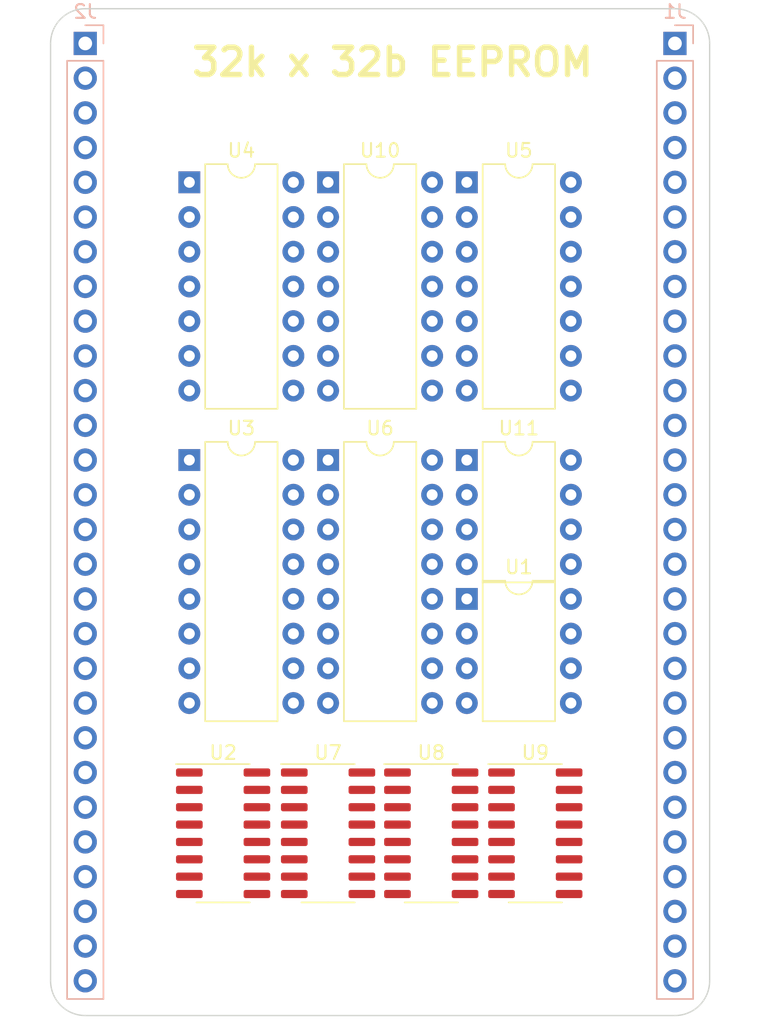
<source format=kicad_pcb>
(kicad_pcb (version 20221018) (generator pcbnew)
  (layers (0 "F.Cu" signal) (31 "B.Cu" signal) (34 "B.Paste" user) (35 "F.Paste" user) (36 "B.SilkS" user "B.Silkscreen") (37 "F.SilkS" user "F.Silkscreen") (38 "B.Mask" user) (39 "F.Mask" user) (44 "Edge.Cuts" user))
  (net 0 "")
  (footprint "Package_SO:SOIC-16_3.9x9.9mm_P1.27mm" (layer "F.Cu") (at 40.575 73.025)
    (fp_text reference "U8" (at 0 -5.9) (layer "F.SilkS"))
    (fp_text value "74HC595")
    (fp_line (start 0 -5.06) (end -3.45 -5.06) (stroke (width 0.12)) (layer "F.SilkS"))
    (fp_line (start 0 -5.06) (end 1.95 -5.06) (stroke (width 0.12)) (layer "F.SilkS"))
    (fp_line (start 0 5.06) (end -1.95 5.06) (stroke (width 0.12)) (layer "F.SilkS"))
    (fp_line (start 0 5.06) (end 1.95 5.06) (stroke (width 0.12)) (layer "F.SilkS"))
    (pad "1" smd roundrect (at -2.475 -4.445) (size 1.95 0.6) (layers "F.Cu" "F.Paste" "F.Mask"))
    (pad "2" smd roundrect (at -2.475 -3.175) (size 1.95 0.6) (layers "F.Cu" "F.Paste" "F.Mask"))
    (pad "3" smd roundrect (at -2.475 -1.905) (size 1.95 0.6) (layers "F.Cu" "F.Paste" "F.Mask"))
    (pad "4" smd roundrect (at -2.475 -0.635) (size 1.95 0.6) (layers "F.Cu" "F.Paste" "F.Mask"))
    (pad "5" smd roundrect (at -2.475 0.635) (size 1.95 0.6) (layers "F.Cu" "F.Paste" "F.Mask"))
    (pad "6" smd roundrect (at -2.475 1.905) (size 1.95 0.6) (layers "F.Cu" "F.Paste" "F.Mask"))
    (pad "7" smd roundrect (at -2.475 3.175) (size 1.95 0.6) (layers "F.Cu" "F.Paste" "F.Mask"))
    (pad "8" smd roundrect (at -2.475 4.445) (size 1.95 0.6) (layers "F.Cu" "F.Paste" "F.Mask"))
    (pad "9" smd roundrect (at 2.475 4.445) (size 1.95 0.6) (layers "F.Cu" "F.Paste" "F.Mask"))
    (pad "10" smd roundrect (at 2.475 3.175) (size 1.95 0.6) (layers "F.Cu" "F.Paste" "F.Mask"))
    (pad "11" smd roundrect (at 2.475 1.905) (size 1.95 0.6) (layers "F.Cu" "F.Paste" "F.Mask"))
    (pad "12" smd roundrect (at 2.475 0.635) (size 1.95 0.6) (layers "F.Cu" "F.Paste" "F.Mask"))
    (pad "13" smd roundrect (at 2.475 -0.635) (size 1.95 0.6) (layers "F.Cu" "F.Paste" "F.Mask"))
    (pad "14" smd roundrect (at 2.475 -1.905) (size 1.95 0.6) (layers "F.Cu" "F.Paste" "F.Mask"))
    (pad "15" smd roundrect (at 2.475 -3.175) (size 1.95 0.6) (layers "F.Cu" "F.Paste" "F.Mask"))
    (pad "16" smd roundrect (at 2.475 -4.445) (size 1.95 0.6) (layers "F.Cu" "F.Paste" "F.Mask"))
  )
  (footprint "Package_DIP:DIP-14_W7.62mm" (layer "F.Cu") (at 33.02 25.4)
    (fp_text reference "U10" (at 3.81 -2.33) (layer "F.SilkS"))
    (fp_text value "74LS00")
    (fp_line (start 1.16 -1.33) (end 1.16 16.57) (stroke (width 0.12)) (layer "F.SilkS"))
    (fp_line (start 1.16 16.57) (end 6.46 16.57) (stroke (width 0.12)) (layer "F.SilkS"))
    (fp_line (start 2.81 -1.33) (end 1.16 -1.33) (stroke (width 0.12)) (layer "F.SilkS"))
    (fp_line (start 6.46 -1.33) (end 4.81 -1.33) (stroke (width 0.12)) (layer "F.SilkS"))
    (fp_line (start 6.46 16.57) (end 6.46 -1.33) (stroke (width 0.12)) (layer "F.SilkS"))
    (fp_arc (start 4.81 -1.33) (mid 3.81 -0.33) (end 2.81 -1.33) (stroke (width 0.12)) (layer "F.SilkS"))
    (pad "1" thru_hole rect (at 0 0) (size 1.6 1.6) (drill 0.8) (layers "*.Cu" "*.Mask"))
    (pad "2" thru_hole oval (at 0 2.54) (size 1.6 1.6) (drill 0.8) (layers "*.Cu" "*.Mask"))
    (pad "3" thru_hole oval (at 0 5.08) (size 1.6 1.6) (drill 0.8) (layers "*.Cu" "*.Mask"))
    (pad "4" thru_hole oval (at 0 7.62) (size 1.6 1.6) (drill 0.8) (layers "*.Cu" "*.Mask"))
    (pad "5" thru_hole oval (at 0 10.16) (size 1.6 1.6) (drill 0.8) (layers "*.Cu" "*.Mask"))
    (pad "6" thru_hole oval (at 0 12.7) (size 1.6 1.6) (drill 0.8) (layers "*.Cu" "*.Mask"))
    (pad "7" thru_hole oval (at 0 15.24) (size 1.6 1.6) (drill 0.8) (layers "*.Cu" "*.Mask"))
    (pad "8" thru_hole oval (at 7.62 15.24) (size 1.6 1.6) (drill 0.8) (layers "*.Cu" "*.Mask"))
    (pad "9" thru_hole oval (at 7.62 12.7) (size 1.6 1.6) (drill 0.8) (layers "*.Cu" "*.Mask"))
    (pad "10" thru_hole oval (at 7.62 10.16) (size 1.6 1.6) (drill 0.8) (layers "*.Cu" "*.Mask"))
    (pad "11" thru_hole oval (at 7.62 7.62) (size 1.6 1.6) (drill 0.8) (layers "*.Cu" "*.Mask"))
    (pad "12" thru_hole oval (at 7.62 5.08) (size 1.6 1.6) (drill 0.8) (layers "*.Cu" "*.Mask"))
    (pad "13" thru_hole oval (at 7.62 2.54) (size 1.6 1.6) (drill 0.8) (layers "*.Cu" "*.Mask"))
    (pad "14" thru_hole oval (at 7.62 0) (size 1.6 1.6) (drill 0.8) (layers "*.Cu" "*.Mask"))
  )
  (footprint "Package_DIP:DIP-8_W7.62mm" (layer "F.Cu") (at 43.18 45.72)
    (fp_text reference "U11" (at 3.81 -2.33) (layer "F.SilkS"))
    (fp_text value "NE555D")
    (fp_line (start 1.16 -1.33) (end 1.16 8.95) (stroke (width 0.12)) (layer "F.SilkS"))
    (fp_line (start 1.16 8.95) (end 6.46 8.95) (stroke (width 0.12)) (layer "F.SilkS"))
    (fp_line (start 2.81 -1.33) (end 1.16 -1.33) (stroke (width 0.12)) (layer "F.SilkS"))
    (fp_line (start 6.46 -1.33) (end 4.81 -1.33) (stroke (width 0.12)) (layer "F.SilkS"))
    (fp_line (start 6.46 8.95) (end 6.46 -1.33) (stroke (width 0.12)) (layer "F.SilkS"))
    (fp_arc (start 4.81 -1.33) (mid 3.81 -0.33) (end 2.81 -1.33) (stroke (width 0.12)) (layer "F.SilkS"))
    (pad "1" thru_hole rect (at 0 0) (size 1.6 1.6) (drill 0.8) (layers "*.Cu" "*.Mask"))
    (pad "2" thru_hole oval (at 0 2.54) (size 1.6 1.6) (drill 0.8) (layers "*.Cu" "*.Mask"))
    (pad "3" thru_hole oval (at 0 5.08) (size 1.6 1.6) (drill 0.8) (layers "*.Cu" "*.Mask"))
    (pad "4" thru_hole oval (at 0 7.62) (size 1.6 1.6) (drill 0.8) (layers "*.Cu" "*.Mask"))
    (pad "5" thru_hole oval (at 7.62 7.62) (size 1.6 1.6) (drill 0.8) (layers "*.Cu" "*.Mask"))
    (pad "6" thru_hole oval (at 7.62 5.08) (size 1.6 1.6) (drill 0.8) (layers "*.Cu" "*.Mask"))
    (pad "7" thru_hole oval (at 7.62 2.54) (size 1.6 1.6) (drill 0.8) (layers "*.Cu" "*.Mask"))
    (pad "8" thru_hole oval (at 7.62 0) (size 1.6 1.6) (drill 0.8) (layers "*.Cu" "*.Mask"))
  )
  (footprint "Package_DIP:DIP-8_W7.62mm" (layer "F.Cu") (at 43.18 55.88)
    (fp_text reference "U1" (at 3.81 -2.33) (layer "F.SilkS"))
    (fp_text value "~")
    (fp_line (start 1.16 -1.33) (end 1.16 8.95) (stroke (width 0.12)) (layer "F.SilkS"))
    (fp_line (start 1.16 8.95) (end 6.46 8.95) (stroke (width 0.12)) (layer "F.SilkS"))
    (fp_line (start 2.81 -1.33) (end 1.16 -1.33) (stroke (width 0.12)) (layer "F.SilkS"))
    (fp_line (start 6.46 -1.33) (end 4.81 -1.33) (stroke (width 0.12)) (layer "F.SilkS"))
    (fp_line (start 6.46 8.95) (end 6.46 -1.33) (stroke (width 0.12)) (layer "F.SilkS"))
    (fp_arc (start 4.81 -1.33) (mid 3.81 -0.33) (end 2.81 -1.33) (stroke (width 0.12)) (layer "F.SilkS"))
    (pad "1" thru_hole rect (at 0 0) (size 1.6 1.6) (drill 0.8) (layers "*.Cu" "*.Mask"))
    (pad "2" thru_hole oval (at 0 2.54) (size 1.6 1.6) (drill 0.8) (layers "*.Cu" "*.Mask"))
    (pad "3" thru_hole oval (at 0 5.08) (size 1.6 1.6) (drill 0.8) (layers "*.Cu" "*.Mask"))
    (pad "4" thru_hole oval (at 0 7.62) (size 1.6 1.6) (drill 0.8) (layers "*.Cu" "*.Mask"))
    (pad "5" thru_hole oval (at 7.62 7.62) (size 1.6 1.6) (drill 0.8) (layers "*.Cu" "*.Mask"))
    (pad "6" thru_hole oval (at 7.62 5.08) (size 1.6 1.6) (drill 0.8) (layers "*.Cu" "*.Mask"))
    (pad "7" thru_hole oval (at 7.62 2.54) (size 1.6 1.6) (drill 0.8) (layers "*.Cu" "*.Mask"))
    (pad "8" thru_hole oval (at 7.62 0) (size 1.6 1.6) (drill 0.8) (layers "*.Cu" "*.Mask"))
  )
  (footprint "Package_DIP:DIP-14_W7.62mm" (layer "F.Cu") (at 22.86 25.4)
    (fp_text reference "U4" (at 3.81 -2.33) (layer "F.SilkS"))
    (fp_text value "74LS00")
    (fp_line (start 1.16 -1.33) (end 1.16 16.57) (stroke (width 0.12)) (layer "F.SilkS"))
    (fp_line (start 1.16 16.57) (end 6.46 16.57) (stroke (width 0.12)) (layer "F.SilkS"))
    (fp_line (start 2.81 -1.33) (end 1.16 -1.33) (stroke (width 0.12)) (layer "F.SilkS"))
    (fp_line (start 6.46 -1.33) (end 4.81 -1.33) (stroke (width 0.12)) (layer "F.SilkS"))
    (fp_line (start 6.46 16.57) (end 6.46 -1.33) (stroke (width 0.12)) (layer "F.SilkS"))
    (fp_arc (start 4.81 -1.33) (mid 3.81 -0.33) (end 2.81 -1.33) (stroke (width 0.12)) (layer "F.SilkS"))
    (pad "1" thru_hole rect (at 0 0) (size 1.6 1.6) (drill 0.8) (layers "*.Cu" "*.Mask"))
    (pad "2" thru_hole oval (at 0 2.54) (size 1.6 1.6) (drill 0.8) (layers "*.Cu" "*.Mask"))
    (pad "3" thru_hole oval (at 0 5.08) (size 1.6 1.6) (drill 0.8) (layers "*.Cu" "*.Mask"))
    (pad "4" thru_hole oval (at 0 7.62) (size 1.6 1.6) (drill 0.8) (layers "*.Cu" "*.Mask"))
    (pad "5" thru_hole oval (at 0 10.16) (size 1.6 1.6) (drill 0.8) (layers "*.Cu" "*.Mask"))
    (pad "6" thru_hole oval (at 0 12.7) (size 1.6 1.6) (drill 0.8) (layers "*.Cu" "*.Mask"))
    (pad "7" thru_hole oval (at 0 15.24) (size 1.6 1.6) (drill 0.8) (layers "*.Cu" "*.Mask"))
    (pad "8" thru_hole oval (at 7.62 15.24) (size 1.6 1.6) (drill 0.8) (layers "*.Cu" "*.Mask"))
    (pad "9" thru_hole oval (at 7.62 12.7) (size 1.6 1.6) (drill 0.8) (layers "*.Cu" "*.Mask"))
    (pad "10" thru_hole oval (at 7.62 10.16) (size 1.6 1.6) (drill 0.8) (layers "*.Cu" "*.Mask"))
    (pad "11" thru_hole oval (at 7.62 7.62) (size 1.6 1.6) (drill 0.8) (layers "*.Cu" "*.Mask"))
    (pad "12" thru_hole oval (at 7.62 5.08) (size 1.6 1.6) (drill 0.8) (layers "*.Cu" "*.Mask"))
    (pad "13" thru_hole oval (at 7.62 2.54) (size 1.6 1.6) (drill 0.8) (layers "*.Cu" "*.Mask"))
    (pad "14" thru_hole oval (at 7.62 0) (size 1.6 1.6) (drill 0.8) (layers "*.Cu" "*.Mask"))
  )
  (footprint "Package_DIP:DIP-14_W7.62mm" (layer "F.Cu") (at 43.18 25.4)
    (fp_text reference "U5" (at 3.81 -2.33) (layer "F.SilkS"))
    (fp_text value "74LS393")
    (fp_line (start 1.16 -1.33) (end 1.16 16.57) (stroke (width 0.12)) (layer "F.SilkS"))
    (fp_line (start 1.16 16.57) (end 6.46 16.57) (stroke (width 0.12)) (layer "F.SilkS"))
    (fp_line (start 2.81 -1.33) (end 1.16 -1.33) (stroke (width 0.12)) (layer "F.SilkS"))
    (fp_line (start 6.46 -1.33) (end 4.81 -1.33) (stroke (width 0.12)) (layer "F.SilkS"))
    (fp_line (start 6.46 16.57) (end 6.46 -1.33) (stroke (width 0.12)) (layer "F.SilkS"))
    (fp_arc (start 4.81 -1.33) (mid 3.81 -0.33) (end 2.81 -1.33) (stroke (width 0.12)) (layer "F.SilkS"))
    (pad "1" thru_hole rect (at 0 0) (size 1.6 1.6) (drill 0.8) (layers "*.Cu" "*.Mask"))
    (pad "2" thru_hole oval (at 0 2.54) (size 1.6 1.6) (drill 0.8) (layers "*.Cu" "*.Mask"))
    (pad "3" thru_hole oval (at 0 5.08) (size 1.6 1.6) (drill 0.8) (layers "*.Cu" "*.Mask"))
    (pad "4" thru_hole oval (at 0 7.62) (size 1.6 1.6) (drill 0.8) (layers "*.Cu" "*.Mask"))
    (pad "5" thru_hole oval (at 0 10.16) (size 1.6 1.6) (drill 0.8) (layers "*.Cu" "*.Mask"))
    (pad "6" thru_hole oval (at 0 12.7) (size 1.6 1.6) (drill 0.8) (layers "*.Cu" "*.Mask"))
    (pad "7" thru_hole oval (at 0 15.24) (size 1.6 1.6) (drill 0.8) (layers "*.Cu" "*.Mask"))
    (pad "8" thru_hole oval (at 7.62 15.24) (size 1.6 1.6) (drill 0.8) (layers "*.Cu" "*.Mask"))
    (pad "9" thru_hole oval (at 7.62 12.7) (size 1.6 1.6) (drill 0.8) (layers "*.Cu" "*.Mask"))
    (pad "10" thru_hole oval (at 7.62 10.16) (size 1.6 1.6) (drill 0.8) (layers "*.Cu" "*.Mask"))
    (pad "11" thru_hole oval (at 7.62 7.62) (size 1.6 1.6) (drill 0.8) (layers "*.Cu" "*.Mask"))
    (pad "12" thru_hole oval (at 7.62 5.08) (size 1.6 1.6) (drill 0.8) (layers "*.Cu" "*.Mask"))
    (pad "13" thru_hole oval (at 7.62 2.54) (size 1.6 1.6) (drill 0.8) (layers "*.Cu" "*.Mask"))
    (pad "14" thru_hole oval (at 7.62 0) (size 1.6 1.6) (drill 0.8) (layers "*.Cu" "*.Mask"))
  )
  (footprint "Package_SO:SOIC-16_3.9x9.9mm_P1.27mm" (layer "F.Cu") (at 33.02 73.025)
    (fp_text reference "U7" (at 0 -5.9) (layer "F.SilkS"))
    (fp_text value "74HC595")
    (fp_line (start 0 -5.06) (end -3.45 -5.06) (stroke (width 0.12)) (layer "F.SilkS"))
    (fp_line (start 0 -5.06) (end 1.95 -5.06) (stroke (width 0.12)) (layer "F.SilkS"))
    (fp_line (start 0 5.06) (end -1.95 5.06) (stroke (width 0.12)) (layer "F.SilkS"))
    (fp_line (start 0 5.06) (end 1.95 5.06) (stroke (width 0.12)) (layer "F.SilkS"))
    (pad "1" smd roundrect (at -2.475 -4.445) (size 1.95 0.6) (layers "F.Cu" "F.Paste" "F.Mask"))
    (pad "2" smd roundrect (at -2.475 -3.175) (size 1.95 0.6) (layers "F.Cu" "F.Paste" "F.Mask"))
    (pad "3" smd roundrect (at -2.475 -1.905) (size 1.95 0.6) (layers "F.Cu" "F.Paste" "F.Mask"))
    (pad "4" smd roundrect (at -2.475 -0.635) (size 1.95 0.6) (layers "F.Cu" "F.Paste" "F.Mask"))
    (pad "5" smd roundrect (at -2.475 0.635) (size 1.95 0.6) (layers "F.Cu" "F.Paste" "F.Mask"))
    (pad "6" smd roundrect (at -2.475 1.905) (size 1.95 0.6) (layers "F.Cu" "F.Paste" "F.Mask"))
    (pad "7" smd roundrect (at -2.475 3.175) (size 1.95 0.6) (layers "F.Cu" "F.Paste" "F.Mask"))
    (pad "8" smd roundrect (at -2.475 4.445) (size 1.95 0.6) (layers "F.Cu" "F.Paste" "F.Mask"))
    (pad "9" smd roundrect (at 2.475 4.445) (size 1.95 0.6) (layers "F.Cu" "F.Paste" "F.Mask"))
    (pad "10" smd roundrect (at 2.475 3.175) (size 1.95 0.6) (layers "F.Cu" "F.Paste" "F.Mask"))
    (pad "11" smd roundrect (at 2.475 1.905) (size 1.95 0.6) (layers "F.Cu" "F.Paste" "F.Mask"))
    (pad "12" smd roundrect (at 2.475 0.635) (size 1.95 0.6) (layers "F.Cu" "F.Paste" "F.Mask"))
    (pad "13" smd roundrect (at 2.475 -0.635) (size 1.95 0.6) (layers "F.Cu" "F.Paste" "F.Mask"))
    (pad "14" smd roundrect (at 2.475 -1.905) (size 1.95 0.6) (layers "F.Cu" "F.Paste" "F.Mask"))
    (pad "15" smd roundrect (at 2.475 -3.175) (size 1.95 0.6) (layers "F.Cu" "F.Paste" "F.Mask"))
    (pad "16" smd roundrect (at 2.475 -4.445) (size 1.95 0.6) (layers "F.Cu" "F.Paste" "F.Mask"))
  )
  (footprint "Package_SO:SOIC-16_3.9x9.9mm_P1.27mm" (layer "F.Cu") (at 25.335 73.025)
    (fp_text reference "U2" (at 0 -5.9) (layer "F.SilkS"))
    (fp_text value "74HC595")
    (fp_line (start 0 -5.06) (end -3.45 -5.06) (stroke (width 0.12)) (layer "F.SilkS"))
    (fp_line (start 0 -5.06) (end 1.95 -5.06) (stroke (width 0.12)) (layer "F.SilkS"))
    (fp_line (start 0 5.06) (end -1.95 5.06) (stroke (width 0.12)) (layer "F.SilkS"))
    (fp_line (start 0 5.06) (end 1.95 5.06) (stroke (width 0.12)) (layer "F.SilkS"))
    (pad "1" smd roundrect (at -2.475 -4.445) (size 1.95 0.6) (layers "F.Cu" "F.Paste" "F.Mask"))
    (pad "2" smd roundrect (at -2.475 -3.175) (size 1.95 0.6) (layers "F.Cu" "F.Paste" "F.Mask"))
    (pad "3" smd roundrect (at -2.475 -1.905) (size 1.95 0.6) (layers "F.Cu" "F.Paste" "F.Mask"))
    (pad "4" smd roundrect (at -2.475 -0.635) (size 1.95 0.6) (layers "F.Cu" "F.Paste" "F.Mask"))
    (pad "5" smd roundrect (at -2.475 0.635) (size 1.95 0.6) (layers "F.Cu" "F.Paste" "F.Mask"))
    (pad "6" smd roundrect (at -2.475 1.905) (size 1.95 0.6) (layers "F.Cu" "F.Paste" "F.Mask"))
    (pad "7" smd roundrect (at -2.475 3.175) (size 1.95 0.6) (layers "F.Cu" "F.Paste" "F.Mask"))
    (pad "8" smd roundrect (at -2.475 4.445) (size 1.95 0.6) (layers "F.Cu" "F.Paste" "F.Mask"))
    (pad "9" smd roundrect (at 2.475 4.445) (size 1.95 0.6) (layers "F.Cu" "F.Paste" "F.Mask"))
    (pad "10" smd roundrect (at 2.475 3.175) (size 1.95 0.6) (layers "F.Cu" "F.Paste" "F.Mask"))
    (pad "11" smd roundrect (at 2.475 1.905) (size 1.95 0.6) (layers "F.Cu" "F.Paste" "F.Mask"))
    (pad "12" smd roundrect (at 2.475 0.635) (size 1.95 0.6) (layers "F.Cu" "F.Paste" "F.Mask"))
    (pad "13" smd roundrect (at 2.475 -0.635) (size 1.95 0.6) (layers "F.Cu" "F.Paste" "F.Mask"))
    (pad "14" smd roundrect (at 2.475 -1.905) (size 1.95 0.6) (layers "F.Cu" "F.Paste" "F.Mask"))
    (pad "15" smd roundrect (at 2.475 -3.175) (size 1.95 0.6) (layers "F.Cu" "F.Paste" "F.Mask"))
    (pad "16" smd roundrect (at 2.475 -4.445) (size 1.95 0.6) (layers "F.Cu" "F.Paste" "F.Mask"))
  )
  (footprint "Package_DIP:DIP-16_W7.62mm" (layer "F.Cu") (at 22.86 45.72)
    (fp_text reference "U3" (at 3.81 -2.33) (layer "F.SilkS"))
    (fp_text value "74LS153")
    (fp_line (start 1.16 -1.33) (end 1.16 19.11) (stroke (width 0.12)) (layer "F.SilkS"))
    (fp_line (start 1.16 19.11) (end 6.46 19.11) (stroke (width 0.12)) (layer "F.SilkS"))
    (fp_line (start 2.81 -1.33) (end 1.16 -1.33) (stroke (width 0.12)) (layer "F.SilkS"))
    (fp_line (start 6.46 -1.33) (end 4.81 -1.33) (stroke (width 0.12)) (layer "F.SilkS"))
    (fp_line (start 6.46 19.11) (end 6.46 -1.33) (stroke (width 0.12)) (layer "F.SilkS"))
    (fp_arc (start 4.81 -1.33) (mid 3.81 -0.33) (end 2.81 -1.33) (stroke (width 0.12)) (layer "F.SilkS"))
    (pad "1" thru_hole rect (at 0 0) (size 1.6 1.6) (drill 0.8) (layers "*.Cu" "*.Mask"))
    (pad "2" thru_hole oval (at 0 2.54) (size 1.6 1.6) (drill 0.8) (layers "*.Cu" "*.Mask"))
    (pad "3" thru_hole oval (at 0 5.08) (size 1.6 1.6) (drill 0.8) (layers "*.Cu" "*.Mask"))
    (pad "4" thru_hole oval (at 0 7.62) (size 1.6 1.6) (drill 0.8) (layers "*.Cu" "*.Mask"))
    (pad "5" thru_hole oval (at 0 10.16) (size 1.6 1.6) (drill 0.8) (layers "*.Cu" "*.Mask"))
    (pad "6" thru_hole oval (at 0 12.7) (size 1.6 1.6) (drill 0.8) (layers "*.Cu" "*.Mask"))
    (pad "7" thru_hole oval (at 0 15.24) (size 1.6 1.6) (drill 0.8) (layers "*.Cu" "*.Mask"))
    (pad "8" thru_hole oval (at 0 17.78) (size 1.6 1.6) (drill 0.8) (layers "*.Cu" "*.Mask"))
    (pad "9" thru_hole oval (at 7.62 17.78) (size 1.6 1.6) (drill 0.8) (layers "*.Cu" "*.Mask"))
    (pad "10" thru_hole oval (at 7.62 15.24) (size 1.6 1.6) (drill 0.8) (layers "*.Cu" "*.Mask"))
    (pad "11" thru_hole oval (at 7.62 12.7) (size 1.6 1.6) (drill 0.8) (layers "*.Cu" "*.Mask"))
    (pad "12" thru_hole oval (at 7.62 10.16) (size 1.6 1.6) (drill 0.8) (layers "*.Cu" "*.Mask"))
    (pad "13" thru_hole oval (at 7.62 7.62) (size 1.6 1.6) (drill 0.8) (layers "*.Cu" "*.Mask"))
    (pad "14" thru_hole oval (at 7.62 5.08) (size 1.6 1.6) (drill 0.8) (layers "*.Cu" "*.Mask"))
    (pad "15" thru_hole oval (at 7.62 2.54) (size 1.6 1.6) (drill 0.8) (layers "*.Cu" "*.Mask"))
    (pad "16" thru_hole oval (at 7.62 0) (size 1.6 1.6) (drill 0.8) (layers "*.Cu" "*.Mask"))
  )
  (footprint "Package_SO:SOIC-16_3.9x9.9mm_P1.27mm" (layer "F.Cu") (at 48.195 73.025)
    (fp_text reference "U9" (at 0 -5.9) (layer "F.SilkS"))
    (fp_text value "74HC595")
    (fp_line (start 0 -5.06) (end -3.45 -5.06) (stroke (width 0.12)) (layer "F.SilkS"))
    (fp_line (start 0 -5.06) (end 1.95 -5.06) (stroke (width 0.12)) (layer "F.SilkS"))
    (fp_line (start 0 5.06) (end -1.95 5.06) (stroke (width 0.12)) (layer "F.SilkS"))
    (fp_line (start 0 5.06) (end 1.95 5.06) (stroke (width 0.12)) (layer "F.SilkS"))
    (pad "1" smd roundrect (at -2.475 -4.445) (size 1.95 0.6) (layers "F.Cu" "F.Paste" "F.Mask"))
    (pad "2" smd roundrect (at -2.475 -3.175) (size 1.95 0.6) (layers "F.Cu" "F.Paste" "F.Mask"))
    (pad "3" smd roundrect (at -2.475 -1.905) (size 1.95 0.6) (layers "F.Cu" "F.Paste" "F.Mask"))
    (pad "4" smd roundrect (at -2.475 -0.635) (size 1.95 0.6) (layers "F.Cu" "F.Paste" "F.Mask"))
    (pad "5" smd roundrect (at -2.475 0.635) (size 1.95 0.6) (layers "F.Cu" "F.Paste" "F.Mask"))
    (pad "6" smd roundrect (at -2.475 1.905) (size 1.95 0.6) (layers "F.Cu" "F.Paste" "F.Mask"))
    (pad "7" smd roundrect (at -2.475 3.175) (size 1.95 0.6) (layers "F.Cu" "F.Paste" "F.Mask"))
    (pad "8" smd roundrect (at -2.475 4.445) (size 1.95 0.6) (layers "F.Cu" "F.Paste" "F.Mask"))
    (pad "9" smd roundrect (at 2.475 4.445) (size 1.95 0.6) (layers "F.Cu" "F.Paste" "F.Mask"))
    (pad "10" smd roundrect (at 2.475 3.175) (size 1.95 0.6) (layers "F.Cu" "F.Paste" "F.Mask"))
    (pad "11" smd roundrect (at 2.475 1.905) (size 1.95 0.6) (layers "F.Cu" "F.Paste" "F.Mask"))
    (pad "12" smd roundrect (at 2.475 0.635) (size 1.95 0.6) (layers "F.Cu" "F.Paste" "F.Mask"))
    (pad "13" smd roundrect (at 2.475 -0.635) (size 1.95 0.6) (layers "F.Cu" "F.Paste" "F.Mask"))
    (pad "14" smd roundrect (at 2.475 -1.905) (size 1.95 0.6) (layers "F.Cu" "F.Paste" "F.Mask"))
    (pad "15" smd roundrect (at 2.475 -3.175) (size 1.95 0.6) (layers "F.Cu" "F.Paste" "F.Mask"))
    (pad "16" smd roundrect (at 2.475 -4.445) (size 1.95 0.6) (layers "F.Cu" "F.Paste" "F.Mask"))
  )
  (footprint "Package_DIP:DIP-16_W7.62mm" (layer "F.Cu") (at 33.02 45.72)
    (fp_text reference "U6" (at 3.81 -2.33) (layer "F.SilkS"))
    (fp_text value "74LS153")
    (fp_line (start 1.16 -1.33) (end 1.16 19.11) (stroke (width 0.12)) (layer "F.SilkS"))
    (fp_line (start 1.16 19.11) (end 6.46 19.11) (stroke (width 0.12)) (layer "F.SilkS"))
    (fp_line (start 2.81 -1.33) (end 1.16 -1.33) (stroke (width 0.12)) (layer "F.SilkS"))
    (fp_line (start 6.46 -1.33) (end 4.81 -1.33) (stroke (width 0.12)) (layer "F.SilkS"))
    (fp_line (start 6.46 19.11) (end 6.46 -1.33) (stroke (width 0.12)) (layer "F.SilkS"))
    (fp_arc (start 4.81 -1.33) (mid 3.81 -0.33) (end 2.81 -1.33) (stroke (width 0.12)) (layer "F.SilkS"))
    (pad "1" thru_hole rect (at 0 0) (size 1.6 1.6) (drill 0.8) (layers "*.Cu" "*.Mask"))
    (pad "2" thru_hole oval (at 0 2.54) (size 1.6 1.6) (drill 0.8) (layers "*.Cu" "*.Mask"))
    (pad "3" thru_hole oval (at 0 5.08) (size 1.6 1.6) (drill 0.8) (layers "*.Cu" "*.Mask"))
    (pad "4" thru_hole oval (at 0 7.62) (size 1.6 1.6) (drill 0.8) (layers "*.Cu" "*.Mask"))
    (pad "5" thru_hole oval (at 0 10.16) (size 1.6 1.6) (drill 0.8) (layers "*.Cu" "*.Mask"))
    (pad "6" thru_hole oval (at 0 12.7) (size 1.6 1.6) (drill 0.8) (layers "*.Cu" "*.Mask"))
    (pad "7" thru_hole oval (at 0 15.24) (size 1.6 1.6) (drill 0.8) (layers "*.Cu" "*.Mask"))
    (pad "8" thru_hole oval (at 0 17.78) (size 1.6 1.6) (drill 0.8) (layers "*.Cu" "*.Mask"))
    (pad "9" thru_hole oval (at 7.62 17.78) (size 1.6 1.6) (drill 0.8) (layers "*.Cu" "*.Mask"))
    (pad "10" thru_hole oval (at 7.62 15.24) (size 1.6 1.6) (drill 0.8) (layers "*.Cu" "*.Mask"))
    (pad "11" thru_hole oval (at 7.62 12.7) (size 1.6 1.6) (drill 0.8) (layers "*.Cu" "*.Mask"))
    (pad "12" thru_hole oval (at 7.62 10.16) (size 1.6 1.6) (drill 0.8) (layers "*.Cu" "*.Mask"))
    (pad "13" thru_hole oval (at 7.62 7.62) (size 1.6 1.6) (drill 0.8) (layers "*.Cu" "*.Mask"))
    (pad "14" thru_hole oval (at 7.62 5.08) (size 1.6 1.6) (drill 0.8) (layers "*.Cu" "*.Mask"))
    (pad "15" thru_hole oval (at 7.62 2.54) (size 1.6 1.6) (drill 0.8) (layers "*.Cu" "*.Mask"))
    (pad "16" thru_hole oval (at 7.62 0) (size 1.6 1.6) (drill 0.8) (layers "*.Cu" "*.Mask"))
  )
  (footprint "Connector_PinHeader_2.54mm:PinHeader_1x28_P2.54mm_Vertical" (layer "B.Cu") (at 15.24 15.24 180)
    (fp_text reference "J2" (at 0 2.33) (layer "B.SilkS") (effects (justify mirror)))
    (fp_text value "Conn_01x28_Pin")
    (fp_line (start -1.33 -69.91) (end 1.33 -69.91) (stroke (width 0.12)) (layer "B.SilkS"))
    (fp_line (start -1.33 -1.27) (end -1.33 -69.91) (stroke (width 0.12)) (layer "B.SilkS"))
    (fp_line (start -1.33 -1.27) (end 1.33 -1.27) (stroke (width 0.12)) (layer "B.SilkS"))
    (fp_line (start -1.33 0) (end -1.33 1.33) (stroke (width 0.12)) (layer "B.SilkS"))
    (fp_line (start -1.33 1.33) (end 0 1.33) (stroke (width 0.12)) (layer "B.SilkS"))
    (fp_line (start 1.33 -1.27) (end 1.33 -69.91) (stroke (width 0.12)) (layer "B.SilkS"))
    (pad "1" thru_hole rect (at 0 0 180) (size 1.7 1.7) (drill 1) (layers "*.Cu" "*.Mask"))
    (pad "2" thru_hole oval (at 0 -2.54 180) (size 1.7 1.7) (drill 1) (layers "*.Cu" "*.Mask"))
    (pad "3" thru_hole oval (at 0 -5.08 180) (size 1.7 1.7) (drill 1) (layers "*.Cu" "*.Mask"))
    (pad "4" thru_hole oval (at 0 -7.62 180) (size 1.7 1.7) (drill 1) (layers "*.Cu" "*.Mask"))
    (pad "5" thru_hole oval (at 0 -10.16 180) (size 1.7 1.7) (drill 1) (layers "*.Cu" "*.Mask"))
    (pad "6" thru_hole oval (at 0 -12.7 180) (size 1.7 1.7) (drill 1) (layers "*.Cu" "*.Mask"))
    (pad "7" thru_hole oval (at 0 -15.24 180) (size 1.7 1.7) (drill 1) (layers "*.Cu" "*.Mask"))
    (pad "8" thru_hole oval (at 0 -17.78 180) (size 1.7 1.7) (drill 1) (layers "*.Cu" "*.Mask"))
    (pad "9" thru_hole oval (at 0 -20.32 180) (size 1.7 1.7) (drill 1) (layers "*.Cu" "*.Mask"))
    (pad "10" thru_hole oval (at 0 -22.86 180) (size 1.7 1.7) (drill 1) (layers "*.Cu" "*.Mask"))
    (pad "11" thru_hole oval (at 0 -25.4 180) (size 1.7 1.7) (drill 1) (layers "*.Cu" "*.Mask"))
    (pad "12" thru_hole oval (at 0 -27.94 180) (size 1.7 1.7) (drill 1) (layers "*.Cu" "*.Mask"))
    (pad "13" thru_hole oval (at 0 -30.48 180) (size 1.7 1.7) (drill 1) (layers "*.Cu" "*.Mask"))
    (pad "14" thru_hole oval (at 0 -33.02 180) (size 1.7 1.7) (drill 1) (layers "*.Cu" "*.Mask"))
    (pad "15" thru_hole oval (at 0 -35.56 180) (size 1.7 1.7) (drill 1) (layers "*.Cu" "*.Mask"))
    (pad "16" thru_hole oval (at 0 -38.1 180) (size 1.7 1.7) (drill 1) (layers "*.Cu" "*.Mask"))
    (pad "17" thru_hole oval (at 0 -40.64 180) (size 1.7 1.7) (drill 1) (layers "*.Cu" "*.Mask"))
    (pad "18" thru_hole oval (at 0 -43.18 180) (size 1.7 1.7) (drill 1) (layers "*.Cu" "*.Mask"))
    (pad "19" thru_hole oval (at 0 -45.72 180) (size 1.7 1.7) (drill 1) (layers "*.Cu" "*.Mask"))
    (pad "20" thru_hole oval (at 0 -48.26 180) (size 1.7 1.7) (drill 1) (layers "*.Cu" "*.Mask"))
    (pad "21" thru_hole oval (at 0 -50.8 180) (size 1.7 1.7) (drill 1) (layers "*.Cu" "*.Mask"))
    (pad "22" thru_hole oval (at 0 -53.34 180) (size 1.7 1.7) (drill 1) (layers "*.Cu" "*.Mask"))
    (pad "23" thru_hole oval (at 0 -55.88 180) (size 1.7 1.7) (drill 1) (layers "*.Cu" "*.Mask"))
    (pad "24" thru_hole oval (at 0 -58.42 180) (size 1.7 1.7) (drill 1) (layers "*.Cu" "*.Mask"))
    (pad "25" thru_hole oval (at 0 -60.96 180) (size 1.7 1.7) (drill 1) (layers "*.Cu" "*.Mask"))
    (pad "26" thru_hole oval (at 0 -63.5 180) (size 1.7 1.7) (drill 1) (layers "*.Cu" "*.Mask"))
    (pad "27" thru_hole oval (at 0 -66.04 180) (size 1.7 1.7) (drill 1) (layers "*.Cu" "*.Mask"))
    (pad "28" thru_hole oval (at 0 -68.58 180) (size 1.7 1.7) (drill 1) (layers "*.Cu" "*.Mask"))
  )
  (footprint "Connector_PinHeader_2.54mm:PinHeader_1x28_P2.54mm_Vertical" (layer "B.Cu") (at 58.42 15.24 180)
    (fp_text reference "J1" (at 0 2.33) (layer "B.SilkS") (effects (justify mirror)))
    (fp_text value "Conn_01x28_Pin")
    (fp_line (start -1.33 -69.91) (end 1.33 -69.91) (stroke (width 0.12)) (layer "B.SilkS"))
    (fp_line (start -1.33 -1.27) (end -1.33 -69.91) (stroke (width 0.12)) (layer "B.SilkS"))
    (fp_line (start -1.33 -1.27) (end 1.33 -1.27) (stroke (width 0.12)) (layer "B.SilkS"))
    (fp_line (start -1.33 0) (end -1.33 1.33) (stroke (width 0.12)) (layer "B.SilkS"))
    (fp_line (start -1.33 1.33) (end 0 1.33) (stroke (width 0.12)) (layer "B.SilkS"))
    (fp_line (start 1.33 -1.27) (end 1.33 -69.91) (stroke (width 0.12)) (layer "B.SilkS"))
    (pad "1" thru_hole rect (at 0 0 180) (size 1.7 1.7) (drill 1) (layers "*.Cu" "*.Mask"))
    (pad "2" thru_hole oval (at 0 -2.54 180) (size 1.7 1.7) (drill 1) (layers "*.Cu" "*.Mask"))
    (pad "3" thru_hole oval (at 0 -5.08 180) (size 1.7 1.7) (drill 1) (layers "*.Cu" "*.Mask"))
    (pad "4" thru_hole oval (at 0 -7.62 180) (size 1.7 1.7) (drill 1) (layers "*.Cu" "*.Mask"))
    (pad "5" thru_hole oval (at 0 -10.16 180) (size 1.7 1.7) (drill 1) (layers "*.Cu" "*.Mask"))
    (pad "6" thru_hole oval (at 0 -12.7 180) (size 1.7 1.7) (drill 1) (layers "*.Cu" "*.Mask"))
    (pad "7" thru_hole oval (at 0 -15.24 180) (size 1.7 1.7) (drill 1) (layers "*.Cu" "*.Mask"))
    (pad "8" thru_hole oval (at 0 -17.78 180) (size 1.7 1.7) (drill 1) (layers "*.Cu" "*.Mask"))
    (pad "9" thru_hole oval (at 0 -20.32 180) (size 1.7 1.7) (drill 1) (layers "*.Cu" "*.Mask"))
    (pad "10" thru_hole oval (at 0 -22.86 180) (size 1.7 1.7) (drill 1) (layers "*.Cu" "*.Mask"))
    (pad "11" thru_hole oval (at 0 -25.4 180) (size 1.7 1.7) (drill 1) (layers "*.Cu" "*.Mask"))
    (pad "12" thru_hole oval (at 0 -27.94 180) (size 1.7 1.7) (drill 1) (layers "*.Cu" "*.Mask"))
    (pad "13" thru_hole oval (at 0 -30.48 180) (size 1.7 1.7) (drill 1) (layers "*.Cu" "*.Mask"))
    (pad "14" thru_hole oval (at 0 -33.02 180) (size 1.7 1.7) (drill 1) (layers "*.Cu" "*.Mask"))
    (pad "15" thru_hole oval (at 0 -35.56 180) (size 1.7 1.7) (drill 1) (layers "*.Cu" "*.Mask"))
    (pad "16" thru_hole oval (at 0 -38.1 180) (size 1.7 1.7) (drill 1) (layers "*.Cu" "*.Mask"))
    (pad "17" thru_hole oval (at 0 -40.64 180) (size 1.7 1.7) (drill 1) (layers "*.Cu" "*.Mask"))
    (pad "18" thru_hole oval (at 0 -43.18 180) (size 1.7 1.7) (drill 1) (layers "*.Cu" "*.Mask"))
    (pad "19" thru_hole oval (at 0 -45.72 180) (size 1.7 1.7) (drill 1) (layers "*.Cu" "*.Mask"))
    (pad "20" thru_hole oval (at 0 -48.26 180) (size 1.7 1.7) (drill 1) (layers "*.Cu" "*.Mask"))
    (pad "21" thru_hole oval (at 0 -50.8 180) (size 1.7 1.7) (drill 1) (layers "*.Cu" "*.Mask"))
    (pad "22" thru_hole oval (at 0 -53.34 180) (size 1.7 1.7) (drill 1) (layers "*.Cu" "*.Mask"))
    (pad "23" thru_hole oval (at 0 -55.88 180) (size 1.7 1.7) (drill 1) (layers "*.Cu" "*.Mask"))
    (pad "24" thru_hole oval (at 0 -58.42 180) (size 1.7 1.7) (drill 1) (layers "*.Cu" "*.Mask"))
    (pad "25" thru_hole oval (at 0 -60.96 180) (size 1.7 1.7) (drill 1) (layers "*.Cu" "*.Mask"))
    (pad "26" thru_hole oval (at 0 -63.5 180) (size 1.7 1.7) (drill 1) (layers "*.Cu" "*.Mask"))
    (pad "27" thru_hole oval (at 0 -66.04 180) (size 1.7 1.7) (drill 1) (layers "*.Cu" "*.Mask"))
    (pad "28" thru_hole oval (at 0 -68.58 180) (size 1.7 1.7) (drill 1) (layers "*.Cu" "*.Mask"))
  )
  (gr_arc (start 12.7 15.24) (mid 13.443949 13.443949) (end 15.24 12.7) (stroke (width 0.1)) (layer "Edge.Cuts"))
  (gr_line (start 15.24 12.7) (end 58.42 12.7) (stroke (width 0.1)) (layer "Edge.Cuts"))
  (gr_line (start 58.42 86.36) (end 15.24 86.36) (stroke (width 0.1)) (layer "Edge.Cuts"))
  (gr_arc (start 60.96 83.82) (mid 60.216051 85.616051) (end 58.42 86.36) (stroke (width 0.1)) (layer "Edge.Cuts"))
  (gr_arc (start 15.24 86.36) (mid 13.443949 85.616051) (end 12.7 83.82) (stroke (width 0.1)) (layer "Edge.Cuts"))
  (gr_line (start 12.7 83.82) (end 12.7 15.24) (stroke (width 0.1)) (layer "Edge.Cuts"))
  (gr_line (start 60.96 15.24) (end 60.96 83.82) (stroke (width 0.1)) (layer "Edge.Cuts"))
  (gr_arc (start 58.42 12.7) (mid 60.216051 13.443949) (end 60.96 15.24) (stroke (width 0.1)) (layer "Edge.Cuts"))
  (gr_text "32k x 32b EEPROM" (at 22.86 17.78) (layer "F.SilkS") (effects (font (size 2 2) (thickness 0.4) bold) (justify left bottom)))
)
</source>
